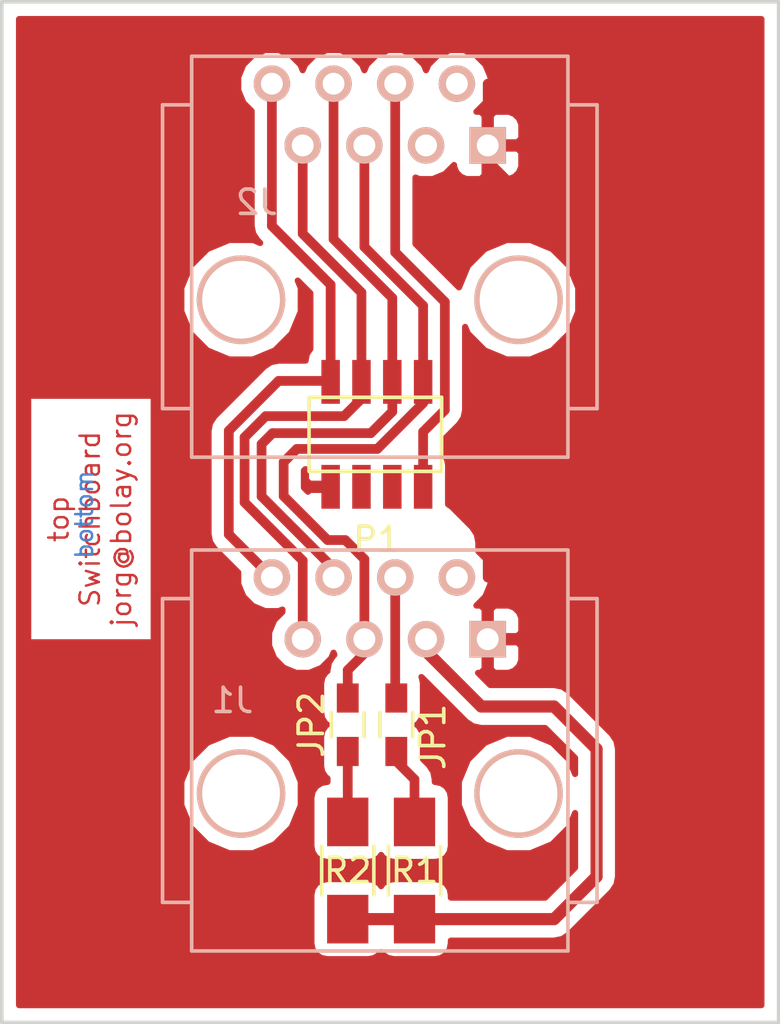
<source format=kicad_pcb>
(kicad_pcb (version 4) (host pcbnew 4.0.4-1.fc24-product)

  (general
    (links 22)
    (no_connects 7)
    (area 99.924999 99.924999 132.075001 142.075001)
    (thickness 1.6)
    (drawings 6)
    (tracks 65)
    (zones 0)
    (modules 7)
    (nets 11)
  )

  (page A4)
  (layers
    (0 F.Cu signal)
    (31 B.Cu signal)
    (32 B.Adhes user)
    (33 F.Adhes user)
    (34 B.Paste user)
    (35 F.Paste user)
    (36 B.SilkS user)
    (37 F.SilkS user)
    (38 B.Mask user)
    (39 F.Mask user)
    (40 Dwgs.User user)
    (41 Cmts.User user)
    (42 Eco1.User user)
    (43 Eco2.User user)
    (44 Edge.Cuts user)
    (45 Margin user)
    (46 B.CrtYd user)
    (47 F.CrtYd user)
    (48 B.Fab user)
    (49 F.Fab user)
  )

  (setup
    (last_trace_width 0.4)
    (trace_clearance 0.25)
    (zone_clearance 0.508)
    (zone_45_only no)
    (trace_min 0.2)
    (segment_width 0.2)
    (edge_width 0.15)
    (via_size 0.6)
    (via_drill 0.4)
    (via_min_size 0.4)
    (via_min_drill 0.3)
    (uvia_size 0.3)
    (uvia_drill 0.1)
    (uvias_allowed no)
    (uvia_min_size 0.2)
    (uvia_min_drill 0.1)
    (pcb_text_width 0.3)
    (pcb_text_size 1.5 1.5)
    (mod_edge_width 0.15)
    (mod_text_size 1 1)
    (mod_text_width 0.15)
    (pad_size 1.524 1.524)
    (pad_drill 0.762)
    (pad_to_mask_clearance 0.2)
    (aux_axis_origin 0 0)
    (visible_elements FFFFFF7F)
    (pcbplotparams
      (layerselection 0x00030_80000001)
      (usegerberextensions false)
      (excludeedgelayer true)
      (linewidth 0.100000)
      (plotframeref false)
      (viasonmask false)
      (mode 1)
      (useauxorigin false)
      (hpglpennumber 1)
      (hpglpenspeed 20)
      (hpglpendiameter 15)
      (hpglpenoverlay 2)
      (psnegative false)
      (psa4output false)
      (plotreference true)
      (plotvalue true)
      (plotinvisibletext false)
      (padsonsilk false)
      (subtractmaskfromsilk false)
      (outputformat 1)
      (mirror false)
      (drillshape 1)
      (scaleselection 1)
      (outputdirectory ""))
  )

  (net 0 "")
  (net 1 GND)
  (net 2 +12V)
  (net 3 +3V3)
  (net 4 "Net-(J1-Pad4)")
  (net 5 "Net-(J1-Pad5)")
  (net 6 "Net-(J1-Pad6)")
  (net 7 "Net-(J1-Pad7)")
  (net 8 "Net-(J1-Pad8)")
  (net 9 "Net-(JP1-Pad2)")
  (net 10 "Net-(JP2-Pad2)")

  (net_class Default "Dies ist die voreingestellte Netzklasse."
    (clearance 0.25)
    (trace_width 0.4)
    (via_dia 0.6)
    (via_drill 0.4)
    (uvia_dia 0.3)
    (uvia_drill 0.1)
    (add_net GND)
    (add_net "Net-(J1-Pad4)")
    (add_net "Net-(J1-Pad5)")
    (add_net "Net-(J1-Pad6)")
    (add_net "Net-(J1-Pad7)")
    (add_net "Net-(J1-Pad8)")
    (add_net "Net-(JP1-Pad2)")
    (add_net "Net-(JP2-Pad2)")
  )

  (net_class Power ""
    (clearance 0.25)
    (trace_width 0.5)
    (via_dia 0.6)
    (via_drill 0.4)
    (uvia_dia 0.3)
    (uvia_drill 0.1)
    (add_net +12V)
    (add_net +3V3)
  )

  (net_class Small ""
    (clearance 0.25)
    (trace_width 0.25)
    (via_dia 0.6)
    (via_drill 0.4)
    (uvia_dia 0.3)
    (uvia_drill 0.1)
  )

  (module bolay:RJ45_vertical_8 (layer B.Cu) (tedit 583C978D) (tstamp 58221EB4)
    (at 115.57 130.81 180)
    (tags RJ45)
    (path /5820C7AD)
    (fp_text reference J1 (at 6.07 2.06 180) (layer B.SilkS)
      (effects (font (size 1 1) (thickness 0.15)) (justify mirror))
    )
    (fp_text value ConnBus (at 0.14224 0.1016 180) (layer B.Fab) hide
      (effects (font (size 1 1) (thickness 0.15)) (justify mirror))
    )
    (fp_line (start 7.75 6.25) (end 8.95 6.25) (layer B.SilkS) (width 0.15))
    (fp_line (start 8.95 6.25) (end 8.95 -6.25) (layer B.SilkS) (width 0.15))
    (fp_line (start 8.95 -6.25) (end 7.75 -6.25) (layer B.SilkS) (width 0.15))
    (fp_line (start -7.75 6.25) (end -8.95 6.25) (layer B.SilkS) (width 0.15))
    (fp_line (start -8.95 6.25) (end -8.95 -6.25) (layer B.SilkS) (width 0.15))
    (fp_line (start -8.95 -6.25) (end -7.75 -6.25) (layer B.SilkS) (width 0.15))
    (fp_line (start -7.75 -8.25) (end 7.75 -8.25) (layer B.SilkS) (width 0.15))
    (fp_line (start 7.75 -8.25) (end 7.75 8.25) (layer B.SilkS) (width 0.15))
    (fp_line (start 7.75 8.25) (end -7.74 8.25) (layer B.SilkS) (width 0.15))
    (fp_line (start -7.75 8.25) (end -7.75 -8.25) (layer B.SilkS) (width 0.15))
    (pad "" np_thru_hole circle (at 5.715 -1.77 180) (size 3.64998 3.64998) (drill 3.2) (layers *.Cu *.SilkS *.Mask))
    (pad "" np_thru_hole circle (at -5.715 -1.77 180) (size 3.64998 3.64998) (drill 3.2) (layers *.Cu *.SilkS *.Mask))
    (pad 1 thru_hole rect (at -4.445 4.58 180) (size 1.50114 1.50114) (drill 0.89916) (layers *.Cu *.Mask B.SilkS)
      (net 1 GND))
    (pad 2 thru_hole circle (at -3.175 7.12 180) (size 1.50114 1.50114) (drill 0.89916) (layers *.Cu *.Mask B.SilkS)
      (net 2 +12V))
    (pad 3 thru_hole circle (at -1.905 4.58 180) (size 1.50114 1.50114) (drill 0.89916) (layers *.Cu *.Mask B.SilkS)
      (net 3 +3V3))
    (pad 4 thru_hole circle (at -0.635 7.12 180) (size 1.50114 1.50114) (drill 0.89916) (layers *.Cu *.Mask B.SilkS)
      (net 4 "Net-(J1-Pad4)"))
    (pad 5 thru_hole circle (at 0.635 4.58 180) (size 1.50114 1.50114) (drill 0.89916) (layers *.Cu *.Mask B.SilkS)
      (net 5 "Net-(J1-Pad5)"))
    (pad 6 thru_hole circle (at 1.905 7.12 180) (size 1.50114 1.50114) (drill 0.89916) (layers *.Cu *.Mask B.SilkS)
      (net 6 "Net-(J1-Pad6)"))
    (pad 7 thru_hole circle (at 3.175 4.58 180) (size 1.50114 1.50114) (drill 0.89916) (layers *.Cu *.Mask B.SilkS)
      (net 7 "Net-(J1-Pad7)"))
    (pad 8 thru_hole circle (at 4.445 7.12 180) (size 1.50114 1.50114) (drill 0.89916) (layers *.Cu *.Mask B.SilkS)
      (net 8 "Net-(J1-Pad8)"))
    (model Connect.3dshapes/RJ45_8.wrl
      (at (xyz 0 0 0))
      (scale (xyz 0.4 0.4 0.4))
      (rotate (xyz 0 0 0))
    )
  )

  (module bolay:RJ45_vertical_8 (layer B.Cu) (tedit 583C97AA) (tstamp 58221ECC)
    (at 115.57 110.49 180)
    (tags RJ45)
    (path /5820C8CF)
    (fp_text reference J2 (at 5.07 2.24 180) (layer B.SilkS)
      (effects (font (size 1 1) (thickness 0.15)) (justify mirror))
    )
    (fp_text value ConnBus (at 0.14224 0.1016 180) (layer B.Fab) hide
      (effects (font (size 1 1) (thickness 0.15)) (justify mirror))
    )
    (fp_line (start 7.75 6.25) (end 8.95 6.25) (layer B.SilkS) (width 0.15))
    (fp_line (start 8.95 6.25) (end 8.95 -6.25) (layer B.SilkS) (width 0.15))
    (fp_line (start 8.95 -6.25) (end 7.75 -6.25) (layer B.SilkS) (width 0.15))
    (fp_line (start -7.75 6.25) (end -8.95 6.25) (layer B.SilkS) (width 0.15))
    (fp_line (start -8.95 6.25) (end -8.95 -6.25) (layer B.SilkS) (width 0.15))
    (fp_line (start -8.95 -6.25) (end -7.75 -6.25) (layer B.SilkS) (width 0.15))
    (fp_line (start -7.75 -8.25) (end 7.75 -8.25) (layer B.SilkS) (width 0.15))
    (fp_line (start 7.75 -8.25) (end 7.75 8.25) (layer B.SilkS) (width 0.15))
    (fp_line (start 7.75 8.25) (end -7.74 8.25) (layer B.SilkS) (width 0.15))
    (fp_line (start -7.75 8.25) (end -7.75 -8.25) (layer B.SilkS) (width 0.15))
    (pad "" np_thru_hole circle (at 5.715 -1.77 180) (size 3.64998 3.64998) (drill 3.2) (layers *.Cu *.SilkS *.Mask))
    (pad "" np_thru_hole circle (at -5.715 -1.77 180) (size 3.64998 3.64998) (drill 3.2) (layers *.Cu *.SilkS *.Mask))
    (pad 1 thru_hole rect (at -4.445 4.58 180) (size 1.50114 1.50114) (drill 0.89916) (layers *.Cu *.Mask B.SilkS)
      (net 1 GND))
    (pad 2 thru_hole circle (at -3.175 7.12 180) (size 1.50114 1.50114) (drill 0.89916) (layers *.Cu *.Mask B.SilkS)
      (net 2 +12V))
    (pad 3 thru_hole circle (at -1.905 4.58 180) (size 1.50114 1.50114) (drill 0.89916) (layers *.Cu *.Mask B.SilkS)
      (net 3 +3V3))
    (pad 4 thru_hole circle (at -0.635 7.12 180) (size 1.50114 1.50114) (drill 0.89916) (layers *.Cu *.Mask B.SilkS)
      (net 4 "Net-(J1-Pad4)"))
    (pad 5 thru_hole circle (at 0.635 4.58 180) (size 1.50114 1.50114) (drill 0.89916) (layers *.Cu *.Mask B.SilkS)
      (net 5 "Net-(J1-Pad5)"))
    (pad 6 thru_hole circle (at 1.905 7.12 180) (size 1.50114 1.50114) (drill 0.89916) (layers *.Cu *.Mask B.SilkS)
      (net 6 "Net-(J1-Pad6)"))
    (pad 7 thru_hole circle (at 3.175 4.58 180) (size 1.50114 1.50114) (drill 0.89916) (layers *.Cu *.Mask B.SilkS)
      (net 7 "Net-(J1-Pad7)"))
    (pad 8 thru_hole circle (at 4.445 7.12 180) (size 1.50114 1.50114) (drill 0.89916) (layers *.Cu *.Mask B.SilkS)
      (net 8 "Net-(J1-Pad8)"))
    (model Connect.3dshapes/RJ45_8.wrl
      (at (xyz 0 0 0))
      (scale (xyz 0.4 0.4 0.4))
      (rotate (xyz 0 0 0))
    )
  )

  (module Resistors_SMD:R_0603_HandSoldering (layer F.Cu) (tedit 583C9793) (tstamp 58221ED2)
    (at 116.25 129.75 270)
    (descr "Resistor SMD 0603, hand soldering")
    (tags "resistor 0603")
    (path /5820CB97)
    (attr smd)
    (fp_text reference JP1 (at 0.5 -1.5 270) (layer F.SilkS)
      (effects (font (size 1 1) (thickness 0.15)))
    )
    (fp_text value Jumper_NC_Small (at 0 1.9 270) (layer F.Fab) hide
      (effects (font (size 1 1) (thickness 0.15)))
    )
    (fp_line (start -2 -0.8) (end 2 -0.8) (layer F.CrtYd) (width 0.05))
    (fp_line (start -2 0.8) (end 2 0.8) (layer F.CrtYd) (width 0.05))
    (fp_line (start -2 -0.8) (end -2 0.8) (layer F.CrtYd) (width 0.05))
    (fp_line (start 2 -0.8) (end 2 0.8) (layer F.CrtYd) (width 0.05))
    (fp_line (start 0.5 0.675) (end -0.5 0.675) (layer F.SilkS) (width 0.15))
    (fp_line (start -0.5 -0.675) (end 0.5 -0.675) (layer F.SilkS) (width 0.15))
    (pad 1 smd rect (at -1.1 0 270) (size 1.2 0.9) (layers F.Cu F.Paste F.Mask)
      (net 4 "Net-(J1-Pad4)"))
    (pad 2 smd rect (at 1.1 0 270) (size 1.2 0.9) (layers F.Cu F.Paste F.Mask)
      (net 9 "Net-(JP1-Pad2)"))
    (model Resistors_SMD.3dshapes/R_0603_HandSoldering.wrl
      (at (xyz 0 0 0))
      (scale (xyz 1 1 1))
      (rotate (xyz 0 0 0))
    )
  )

  (module Resistors_SMD:R_0603_HandSoldering (layer F.Cu) (tedit 583C9796) (tstamp 58221ED8)
    (at 114.25 129.75 270)
    (descr "Resistor SMD 0603, hand soldering")
    (tags "resistor 0603")
    (path /5820CCA6)
    (attr smd)
    (fp_text reference JP2 (at 0 1.5 270) (layer F.SilkS)
      (effects (font (size 1 1) (thickness 0.15)))
    )
    (fp_text value Jumper_NC_Small (at 0 1.9 270) (layer F.Fab) hide
      (effects (font (size 1 1) (thickness 0.15)))
    )
    (fp_line (start -2 -0.8) (end 2 -0.8) (layer F.CrtYd) (width 0.05))
    (fp_line (start -2 0.8) (end 2 0.8) (layer F.CrtYd) (width 0.05))
    (fp_line (start -2 -0.8) (end -2 0.8) (layer F.CrtYd) (width 0.05))
    (fp_line (start 2 -0.8) (end 2 0.8) (layer F.CrtYd) (width 0.05))
    (fp_line (start 0.5 0.675) (end -0.5 0.675) (layer F.SilkS) (width 0.15))
    (fp_line (start -0.5 -0.675) (end 0.5 -0.675) (layer F.SilkS) (width 0.15))
    (pad 1 smd rect (at -1.1 0 270) (size 1.2 0.9) (layers F.Cu F.Paste F.Mask)
      (net 5 "Net-(J1-Pad5)"))
    (pad 2 smd rect (at 1.1 0 270) (size 1.2 0.9) (layers F.Cu F.Paste F.Mask)
      (net 10 "Net-(JP2-Pad2)"))
    (model Resistors_SMD.3dshapes/R_0603_HandSoldering.wrl
      (at (xyz 0 0 0))
      (scale (xyz 1 1 1))
      (rotate (xyz 0 0 0))
    )
  )

  (module Resistors_SMD:R_1206_HandSoldering (layer F.Cu) (tedit 583C9781) (tstamp 58221EEE)
    (at 117 135.75 90)
    (descr "Resistor SMD 1206, hand soldering")
    (tags "resistor 1206")
    (path /5820CCFE)
    (attr smd)
    (fp_text reference R1 (at 0 0 180) (layer F.SilkS)
      (effects (font (size 1 1) (thickness 0.15)))
    )
    (fp_text value 4,7k (at 0 2.3 90) (layer F.Fab) hide
      (effects (font (size 1 1) (thickness 0.15)))
    )
    (fp_line (start -3.3 -1.2) (end 3.3 -1.2) (layer F.CrtYd) (width 0.05))
    (fp_line (start -3.3 1.2) (end 3.3 1.2) (layer F.CrtYd) (width 0.05))
    (fp_line (start -3.3 -1.2) (end -3.3 1.2) (layer F.CrtYd) (width 0.05))
    (fp_line (start 3.3 -1.2) (end 3.3 1.2) (layer F.CrtYd) (width 0.05))
    (fp_line (start 1 1.075) (end -1 1.075) (layer F.SilkS) (width 0.15))
    (fp_line (start -1 -1.075) (end 1 -1.075) (layer F.SilkS) (width 0.15))
    (pad 1 smd rect (at -2 0 90) (size 2 1.7) (layers F.Cu F.Paste F.Mask)
      (net 3 +3V3))
    (pad 2 smd rect (at 2 0 90) (size 2 1.7) (layers F.Cu F.Paste F.Mask)
      (net 9 "Net-(JP1-Pad2)"))
    (model Resistors_SMD.3dshapes/R_1206_HandSoldering.wrl
      (at (xyz 0 0 0))
      (scale (xyz 1 1 1))
      (rotate (xyz 0 0 0))
    )
  )

  (module Resistors_SMD:R_1206_HandSoldering (layer F.Cu) (tedit 583C977A) (tstamp 58221EF4)
    (at 114.25 135.75 90)
    (descr "Resistor SMD 1206, hand soldering")
    (tags "resistor 1206")
    (path /5820CD77)
    (attr smd)
    (fp_text reference R2 (at 0 0 180) (layer F.SilkS)
      (effects (font (size 1 1) (thickness 0.15)))
    )
    (fp_text value 4,7k (at 0 2.3 90) (layer F.Fab) hide
      (effects (font (size 1 1) (thickness 0.15)))
    )
    (fp_line (start -3.3 -1.2) (end 3.3 -1.2) (layer F.CrtYd) (width 0.05))
    (fp_line (start -3.3 1.2) (end 3.3 1.2) (layer F.CrtYd) (width 0.05))
    (fp_line (start -3.3 -1.2) (end -3.3 1.2) (layer F.CrtYd) (width 0.05))
    (fp_line (start 3.3 -1.2) (end 3.3 1.2) (layer F.CrtYd) (width 0.05))
    (fp_line (start 1 1.075) (end -1 1.075) (layer F.SilkS) (width 0.15))
    (fp_line (start -1 -1.075) (end 1 -1.075) (layer F.SilkS) (width 0.15))
    (pad 1 smd rect (at -2 0 90) (size 2 1.7) (layers F.Cu F.Paste F.Mask)
      (net 3 +3V3))
    (pad 2 smd rect (at 2 0 90) (size 2 1.7) (layers F.Cu F.Paste F.Mask)
      (net 10 "Net-(JP2-Pad2)"))
    (model Resistors_SMD.3dshapes/R_1206_HandSoldering.wrl
      (at (xyz 0 0 0))
      (scale (xyz 1 1 1))
      (rotate (xyz 0 0 0))
    )
  )

  (module bolay:4x2pin_50mil_header (layer F.Cu) (tedit 5830C5ED) (tstamp 58447C6B)
    (at 115.45 117.8)
    (path /5820C696)
    (fp_text reference P1 (at 0 4.318) (layer F.SilkS)
      (effects (font (size 1 1) (thickness 0.15)))
    )
    (fp_text value ConnMainboard (at 0 -4.318) (layer F.Fab)
      (effects (font (size 1 1) (thickness 0.15)))
    )
    (fp_line (start -2.794 0) (end -2.794 -1.524) (layer F.SilkS) (width 0.15))
    (fp_line (start -2.794 -1.524) (end 2.667 -1.524) (layer F.SilkS) (width 0.15))
    (fp_line (start 2.667 -1.524) (end 2.667 1.524) (layer F.SilkS) (width 0.15))
    (fp_line (start 2.667 1.524) (end -2.794 1.524) (layer F.SilkS) (width 0.15))
    (fp_line (start -2.794 1.524) (end -2.794 0) (layer F.SilkS) (width 0.15))
    (pad 4 smd rect (at 1.905 2.159) (size 0.762 1.8034) (layers F.Cu F.Paste F.Mask)
      (net 4 "Net-(J1-Pad4)"))
    (pad 1 smd rect (at -1.905 2.159) (size 0.762 1.8034) (layers F.Cu F.Paste F.Mask)
      (net 1 GND))
    (pad 2 smd rect (at -0.635 2.159) (size 0.762 1.8034) (layers F.Cu F.Paste F.Mask)
      (net 2 +12V))
    (pad 3 smd rect (at 0.635 2.159) (size 0.762 1.8034) (layers F.Cu F.Paste F.Mask)
      (net 3 +3V3))
    (pad 5 smd rect (at 1.905 -2.159) (size 0.762 1.8034) (layers F.Cu F.Paste F.Mask)
      (net 5 "Net-(J1-Pad5)"))
    (pad 8 smd rect (at -1.905 -2.159) (size 0.762 1.8034) (layers F.Cu F.Paste F.Mask)
      (net 8 "Net-(J1-Pad8)"))
    (pad 6 smd rect (at 0.635 -2.159) (size 0.762 1.8034) (layers F.Cu F.Paste F.Mask)
      (net 6 "Net-(J1-Pad6)"))
    (pad 7 smd rect (at -0.635 -2.159) (size 0.762 1.8034) (layers F.Cu F.Paste F.Mask)
      (net 7 "Net-(J1-Pad7)"))
  )

  (gr_text bottom (at 103.4 121.1 90) (layer B.Cu)
    (effects (font (size 0.7 0.7) (thickness 0.1)))
  )
  (gr_text "top\nSwitchboard\njorg@bolay.org" (at 103.632 121.285 90) (layer F.Cu)
    (effects (font (size 0.8 0.8) (thickness 0.1)))
  )
  (gr_line (start 100 142) (end 100 100) (angle 90) (layer Edge.Cuts) (width 0.15))
  (gr_line (start 132 142) (end 100 142) (angle 90) (layer Edge.Cuts) (width 0.15))
  (gr_line (start 132 100) (end 132 142) (angle 90) (layer Edge.Cuts) (width 0.15))
  (gr_line (start 100 100) (end 132 100) (angle 90) (layer Edge.Cuts) (width 0.15))

  (segment (start 120.015 103.37) (end 120.015 106.553) (width 0.4) (layer F.Cu) (net 1))
  (segment (start 120.015 117.983) (end 120.015 123.69) (width 0.4) (layer F.Cu) (net 1) (tstamp 58222155))
  (segment (start 124.206 113.792) (end 120.015 117.983) (width 0.4) (layer F.Cu) (net 1) (tstamp 5822214F))
  (segment (start 124.206 110.744) (end 124.206 113.792) (width 0.4) (layer F.Cu) (net 1) (tstamp 58222149))
  (segment (start 120.015 106.553) (end 124.206 110.744) (width 0.4) (layer F.Cu) (net 1) (tstamp 58222142))
  (segment (start 117.475 126.23) (end 117.475 126.725) (width 0.5) (layer F.Cu) (net 3))
  (segment (start 117.475 126.725) (end 119.75 129) (width 0.5) (layer F.Cu) (net 3) (tstamp 583C9F3D))
  (segment (start 122.75 137.75) (end 114.25 137.75) (width 0.5) (layer F.Cu) (net 3) (tstamp 583C9F43))
  (segment (start 124.5 136) (end 122.75 137.75) (width 0.5) (layer F.Cu) (net 3) (tstamp 583C9F42))
  (segment (start 124.5 130.75) (end 124.5 136) (width 0.5) (layer F.Cu) (net 3) (tstamp 583C9F41))
  (segment (start 122.75 129) (end 124.5 130.75) (width 0.5) (layer F.Cu) (net 3) (tstamp 583C9F40))
  (segment (start 119.75 129) (end 122.75 129) (width 0.5) (layer F.Cu) (net 3) (tstamp 583C9F3E))
  (segment (start 117.355 119.959) (end 117.355 117.695) (width 0.4) (layer F.Cu) (net 4) (status 400000))
  (segment (start 116.205 110.305) (end 116.205 103.37) (width 0.4) (layer F.Cu) (net 4) (tstamp 58447FD0) (status 800000))
  (segment (start 118.25 112.35) (end 116.205 110.305) (width 0.4) (layer F.Cu) (net 4) (tstamp 58447FC7))
  (segment (start 118.25 116.8) (end 118.25 112.35) (width 0.4) (layer F.Cu) (net 4) (tstamp 58447FC3))
  (segment (start 117.355 117.695) (end 118.25 116.8) (width 0.4) (layer F.Cu) (net 4) (tstamp 58447FBF))
  (segment (start 116.205 123.69) (end 116.205 128.605) (width 0.4) (layer F.Cu) (net 4))
  (segment (start 116.205 128.605) (end 116.25 128.65) (width 0.4) (layer F.Cu) (net 4) (tstamp 583C9F2F))
  (segment (start 114.935 105.91) (end 114.935 110.085) (width 0.4) (layer F.Cu) (net 5) (status 400000))
  (segment (start 117.355 112.505) (end 117.355 116.514242) (width 0.4) (layer F.Cu) (net 5) (tstamp 58447E41) (status 800000))
  (segment (start 114.935 110.085) (end 117.355 112.505) (width 0.4) (layer F.Cu) (net 5) (tstamp 58447E3C))
  (segment (start 117.355 116.514242) (end 115.46924 118.400002) (width 0.4) (layer F.Cu) (net 5) (tstamp 58447E43) (status 400000))
  (segment (start 115.46924 118.400002) (end 112.149998 118.400002) (width 0.4) (layer F.Cu) (net 5) (tstamp 58447E49))
  (segment (start 112.149998 118.400002) (end 111.609621 118.940379) (width 0.4) (layer F.Cu) (net 5) (tstamp 58447E4C))
  (segment (start 111.609621 118.940379) (end 111.609621 120.340379) (width 0.4) (layer F.Cu) (net 5) (tstamp 58447E4F))
  (segment (start 111.609621 120.340379) (end 113.419242 122.15) (width 0.4) (layer F.Cu) (net 5) (tstamp 58447E50))
  (segment (start 113.419242 122.15) (end 114.15 122.15) (width 0.4) (layer F.Cu) (net 5) (tstamp 58447E53))
  (segment (start 114.15 122.15) (end 114.935 122.935) (width 0.4) (layer F.Cu) (net 5) (tstamp 58447E54))
  (segment (start 114.935 122.935) (end 114.935 126.23) (width 0.4) (layer F.Cu) (net 5) (tstamp 58447E57) (status 800000))
  (segment (start 114.935 126.23) (end 114.935 126.815) (width 0.4) (layer F.Cu) (net 5))
  (segment (start 114.935 126.815) (end 114.25 127.5) (width 0.4) (layer F.Cu) (net 5) (tstamp 583C9F32))
  (segment (start 114.25 127.5) (end 114.25 128.65) (width 0.4) (layer F.Cu) (net 5) (tstamp 583C9F33))
  (segment (start 116.085 115.641) (end 116.085 112.185) (width 0.4) (layer F.Cu) (net 6) (status 400000))
  (segment (start 113.665 109.765) (end 113.665 103.37) (width 0.4) (layer F.Cu) (net 6) (tstamp 58447E34) (status 800000))
  (segment (start 116.085 112.185) (end 113.665 109.765) (width 0.4) (layer F.Cu) (net 6) (tstamp 58447E2C))
  (segment (start 113.665 123.69) (end 113.665 123.315) (width 0.4) (layer F.Cu) (net 6) (status C00000))
  (segment (start 113.665 123.315) (end 110.7 120.35) (width 0.4) (layer F.Cu) (net 6) (tstamp 58447E10) (status 400000))
  (segment (start 110.7 120.35) (end 110.7 118.200002) (width 0.4) (layer F.Cu) (net 6) (tstamp 58447E17))
  (segment (start 110.7 118.200002) (end 111.150002 117.75) (width 0.4) (layer F.Cu) (net 6) (tstamp 58447E1A))
  (segment (start 111.150002 117.75) (end 115.2 117.75) (width 0.4) (layer F.Cu) (net 6) (tstamp 58447E20))
  (segment (start 115.2 117.75) (end 116.085 116.865) (width 0.4) (layer F.Cu) (net 6) (tstamp 58447E24))
  (segment (start 116.085 116.865) (end 116.085 115.641) (width 0.4) (layer F.Cu) (net 6) (tstamp 58447E29) (status 800000))
  (segment (start 112.395 105.91) (end 112.395 109.545) (width 0.4) (layer F.Cu) (net 7) (status 400000))
  (segment (start 114.815 111.965) (end 114.815 116.335) (width 0.4) (layer F.Cu) (net 7) (tstamp 58447DE2) (status 800000))
  (segment (start 112.395 109.545) (end 114.815 111.965) (width 0.4) (layer F.Cu) (net 7) (tstamp 58447DDC))
  (segment (start 114.815 116.335) (end 114.1 117.05) (width 0.4) (layer F.Cu) (net 7) (tstamp 58447DE4) (status 400000))
  (segment (start 114.1 117.05) (end 110.869242 117.05) (width 0.4) (layer F.Cu) (net 7) (tstamp 58447DE9))
  (segment (start 110.869242 117.05) (end 110.000002 117.91924) (width 0.4) (layer F.Cu) (net 7) (tstamp 58447DEF))
  (segment (start 110.000002 117.91924) (end 110.000002 120.600002) (width 0.4) (layer F.Cu) (net 7) (tstamp 58447DF6))
  (segment (start 110.000002 120.600002) (end 112.395 122.995) (width 0.4) (layer F.Cu) (net 7) (tstamp 58447DFD))
  (segment (start 112.395 122.995) (end 112.395 126.23) (width 0.4) (layer F.Cu) (net 7) (tstamp 58447E03) (status 800000))
  (segment (start 111.125 103.37) (end 111.125 109.225) (width 0.4) (layer F.Cu) (net 8) (status 400000))
  (segment (start 113.545 111.645) (end 113.545 115.641) (width 0.4) (layer F.Cu) (net 8) (tstamp 58447DCC) (status 800000))
  (segment (start 111.125 109.225) (end 113.545 111.645) (width 0.4) (layer F.Cu) (net 8) (tstamp 58447DC5))
  (segment (start 113.545 115.641) (end 113.504 115.6) (width 0.4) (layer F.Cu) (net 8) (tstamp 58447DCE) (status C00000))
  (segment (start 113.504 115.6) (end 111.4 115.6) (width 0.4) (layer F.Cu) (net 8) (tstamp 58447DCF) (status 400000))
  (segment (start 111.4 115.6) (end 109.35 117.65) (width 0.4) (layer F.Cu) (net 8) (tstamp 58447DD3))
  (segment (start 109.35 117.65) (end 109.35 121.915) (width 0.4) (layer F.Cu) (net 8) (tstamp 58447DD5))
  (segment (start 109.35 121.915) (end 111.125 123.69) (width 0.4) (layer F.Cu) (net 8) (tstamp 58447DD8) (status 800000))
  (segment (start 111.125 103.37) (end 111.125 103.375) (width 0.4) (layer F.Cu) (net 8))
  (segment (start 116.25 130.85) (end 116.25 131.25) (width 0.4) (layer F.Cu) (net 9))
  (segment (start 116.25 131.25) (end 117 132) (width 0.4) (layer F.Cu) (net 9) (tstamp 583C9F38))
  (segment (start 117 132) (end 117 133.75) (width 0.4) (layer F.Cu) (net 9) (tstamp 583C9F39))
  (segment (start 114.25 130.85) (end 114.25 133.75) (width 0.4) (layer F.Cu) (net 10))

  (zone (net 1) (net_name GND) (layer F.Cu) (tstamp 582223CE) (hatch edge 0.508)
    (connect_pads (clearance 0.508))
    (min_thickness 0.254)
    (fill yes (arc_segments 16) (thermal_gap 0.508) (thermal_bridge_width 0.508))
    (polygon
      (pts
        (xy 100.076 100.076) (xy 131.953 100.076) (xy 131.953 141.859) (xy 100.076 141.859)
      )
    )
    (filled_polygon
      (pts
        (xy 131.29 141.29) (xy 100.71 141.29) (xy 100.71 133.067175) (xy 107.394584 133.067175) (xy 107.768306 133.971652)
        (xy 108.459708 134.664262) (xy 109.363531 135.039562) (xy 110.342175 135.040416) (xy 111.246652 134.666694) (xy 111.939262 133.975292)
        (xy 112.314562 133.071469) (xy 112.315416 132.092825) (xy 111.941694 131.188348) (xy 111.250292 130.495738) (xy 110.346469 130.120438)
        (xy 109.367825 130.119584) (xy 108.463348 130.493306) (xy 107.770738 131.184708) (xy 107.395438 132.088531) (xy 107.394584 133.067175)
        (xy 100.71 133.067175) (xy 100.71 116.211903) (xy 101.087 116.211903) (xy 101.087 126.358096) (xy 106.257 126.358096)
        (xy 106.257 116.211903) (xy 101.087 116.211903) (xy 100.71 116.211903) (xy 100.71 112.747175) (xy 107.394584 112.747175)
        (xy 107.768306 113.651652) (xy 108.459708 114.344262) (xy 109.363531 114.719562) (xy 110.342175 114.720416) (xy 111.246652 114.346694)
        (xy 111.939262 113.655292) (xy 112.314562 112.751469) (xy 112.315416 111.772825) (xy 112.191108 111.471976) (xy 112.71 111.990868)
        (xy 112.71 114.278955) (xy 112.567569 114.48741) (xy 112.51656 114.7393) (xy 112.51656 114.765) (xy 111.4 114.765)
        (xy 111.080459 114.828561) (xy 110.809566 115.009566) (xy 108.759566 117.059566) (xy 108.578561 117.330459) (xy 108.515 117.65)
        (xy 108.515 121.915) (xy 108.578561 122.234541) (xy 108.692168 122.404566) (xy 108.759566 122.505434) (xy 109.739608 123.485476)
        (xy 109.73919 123.964398) (xy 109.949686 124.473837) (xy 110.339113 124.863944) (xy 110.848184 125.075329) (xy 111.399398 125.07581)
        (xy 111.56 125.009451) (xy 111.56 125.10576) (xy 111.221056 125.444113) (xy 111.009671 125.953184) (xy 111.00919 126.504398)
        (xy 111.219686 127.013837) (xy 111.609113 127.403944) (xy 112.118184 127.615329) (xy 112.669398 127.61581) (xy 113.178837 127.405314)
        (xy 113.568944 127.015887) (xy 113.664975 126.784619) (xy 113.699926 126.869206) (xy 113.659566 126.909566) (xy 113.478561 127.180459)
        (xy 113.415 127.5) (xy 113.415 127.543156) (xy 113.348559 127.58591) (xy 113.203569 127.79811) (xy 113.15256 128.05)
        (xy 113.15256 129.25) (xy 113.196838 129.485317) (xy 113.33591 129.701441) (xy 113.405711 129.749134) (xy 113.348559 129.78591)
        (xy 113.203569 129.99811) (xy 113.15256 130.25) (xy 113.15256 131.45) (xy 113.196838 131.685317) (xy 113.33591 131.901441)
        (xy 113.415 131.955481) (xy 113.415 132.10256) (xy 113.4 132.10256) (xy 113.164683 132.146838) (xy 112.948559 132.28591)
        (xy 112.803569 132.49811) (xy 112.75256 132.75) (xy 112.75256 134.75) (xy 112.796838 134.985317) (xy 112.93591 135.201441)
        (xy 113.14811 135.346431) (xy 113.4 135.39744) (xy 115.1 135.39744) (xy 115.335317 135.353162) (xy 115.551441 135.21409)
        (xy 115.624884 135.106603) (xy 115.68591 135.201441) (xy 115.89811 135.346431) (xy 116.15 135.39744) (xy 117.85 135.39744)
        (xy 118.085317 135.353162) (xy 118.301441 135.21409) (xy 118.446431 135.00189) (xy 118.49744 134.75) (xy 118.49744 132.75)
        (xy 118.453162 132.514683) (xy 118.31409 132.298559) (xy 118.10189 132.153569) (xy 117.85 132.10256) (xy 117.835 132.10256)
        (xy 117.835 132) (xy 117.771439 131.680459) (xy 117.590434 131.409566) (xy 117.34744 131.166572) (xy 117.34744 130.25)
        (xy 117.303162 130.014683) (xy 117.16409 129.798559) (xy 117.094289 129.750866) (xy 117.151441 129.71409) (xy 117.296431 129.50189)
        (xy 117.34744 129.25) (xy 117.34744 128.05) (xy 117.303162 127.814683) (xy 117.285219 127.786799) (xy 119.124208 129.625787)
        (xy 119.12421 129.62579) (xy 119.411325 129.817633) (xy 119.467516 129.82881) (xy 119.75 129.885001) (xy 119.750005 129.885)
        (xy 122.38342 129.885) (xy 123.615 131.116579) (xy 123.615 131.777194) (xy 123.371694 131.188348) (xy 122.680292 130.495738)
        (xy 121.776469 130.120438) (xy 120.797825 130.119584) (xy 119.893348 130.493306) (xy 119.200738 131.184708) (xy 118.825438 132.088531)
        (xy 118.824584 133.067175) (xy 119.198306 133.971652) (xy 119.889708 134.664262) (xy 120.793531 135.039562) (xy 121.772175 135.040416)
        (xy 122.676652 134.666694) (xy 123.369262 133.975292) (xy 123.615 133.383489) (xy 123.615 135.633421) (xy 122.38342 136.865)
        (xy 118.49744 136.865) (xy 118.49744 136.75) (xy 118.453162 136.514683) (xy 118.31409 136.298559) (xy 118.10189 136.153569)
        (xy 117.85 136.10256) (xy 116.15 136.10256) (xy 115.914683 136.146838) (xy 115.698559 136.28591) (xy 115.625116 136.393397)
        (xy 115.56409 136.298559) (xy 115.35189 136.153569) (xy 115.1 136.10256) (xy 113.4 136.10256) (xy 113.164683 136.146838)
        (xy 112.948559 136.28591) (xy 112.803569 136.49811) (xy 112.75256 136.75) (xy 112.75256 138.75) (xy 112.796838 138.985317)
        (xy 112.93591 139.201441) (xy 113.14811 139.346431) (xy 113.4 139.39744) (xy 115.1 139.39744) (xy 115.335317 139.353162)
        (xy 115.551441 139.21409) (xy 115.624884 139.106603) (xy 115.68591 139.201441) (xy 115.89811 139.346431) (xy 116.15 139.39744)
        (xy 117.85 139.39744) (xy 118.085317 139.353162) (xy 118.301441 139.21409) (xy 118.446431 139.00189) (xy 118.49744 138.75)
        (xy 118.49744 138.635) (xy 122.749995 138.635) (xy 122.75 138.635001) (xy 123.032484 138.57881) (xy 123.088675 138.567633)
        (xy 123.37579 138.37579) (xy 125.125787 136.625792) (xy 125.12579 136.62579) (xy 125.317633 136.338675) (xy 125.32881 136.282484)
        (xy 125.385001 136) (xy 125.385 135.999995) (xy 125.385 130.750005) (xy 125.385001 130.75) (xy 125.317633 130.411326)
        (xy 125.317633 130.411325) (xy 125.12579 130.12421) (xy 125.125787 130.124208) (xy 123.37579 128.37421) (xy 123.221981 128.271439)
        (xy 123.088675 128.182367) (xy 123.032484 128.17119) (xy 122.75 128.114999) (xy 122.749995 128.115) (xy 120.116579 128.115)
        (xy 119.617149 127.61557) (xy 119.72925 127.61557) (xy 119.888 127.45682) (xy 119.888 126.357) (xy 120.142 126.357)
        (xy 120.142 127.45682) (xy 120.30075 127.61557) (xy 120.891879 127.61557) (xy 121.125268 127.518897) (xy 121.303897 127.340269)
        (xy 121.40057 127.10688) (xy 121.40057 126.51575) (xy 121.24182 126.357) (xy 120.142 126.357) (xy 119.888 126.357)
        (xy 119.868 126.357) (xy 119.868 126.103) (xy 119.888 126.103) (xy 119.888 125.00318) (xy 120.142 125.00318)
        (xy 120.142 126.103) (xy 121.24182 126.103) (xy 121.40057 125.94425) (xy 121.40057 125.35312) (xy 121.303897 125.119731)
        (xy 121.125268 124.941103) (xy 120.891879 124.84443) (xy 120.30075 124.84443) (xy 120.142 125.00318) (xy 119.888 125.00318)
        (xy 119.72925 124.84443) (xy 119.549757 124.84443) (xy 119.918944 124.475887) (xy 120.130329 123.966816) (xy 120.13081 123.415602)
        (xy 119.920314 122.906163) (xy 119.63 122.615342) (xy 119.63 122.245) (xy 119.562633 121.906325) (xy 119.37079 121.61921)
        (xy 119.370787 121.619208) (xy 118.52579 120.77421) (xy 118.38344 120.679095) (xy 118.38344 119.0573) (xy 118.339162 118.821983)
        (xy 118.20009 118.605859) (xy 118.19 118.598965) (xy 118.19 118.040868) (xy 118.840434 117.390434) (xy 118.880508 117.330459)
        (xy 119.021439 117.119541) (xy 119.085 116.8) (xy 119.085 113.37743) (xy 119.198306 113.651652) (xy 119.889708 114.344262)
        (xy 120.793531 114.719562) (xy 121.772175 114.720416) (xy 122.676652 114.346694) (xy 123.369262 113.655292) (xy 123.744562 112.751469)
        (xy 123.745416 111.772825) (xy 123.371694 110.868348) (xy 122.680292 110.175738) (xy 121.776469 109.800438) (xy 120.797825 109.799584)
        (xy 119.893348 110.173306) (xy 119.200738 110.864708) (xy 118.832468 111.7516) (xy 117.04 109.959132) (xy 117.04 107.229645)
        (xy 117.198184 107.295329) (xy 117.749398 107.29581) (xy 118.258837 107.085314) (xy 118.62943 106.715367) (xy 118.62943 106.78688)
        (xy 118.726103 107.020269) (xy 118.904732 107.198897) (xy 119.138121 107.29557) (xy 119.72925 107.29557) (xy 119.888 107.13682)
        (xy 119.888 106.037) (xy 120.142 106.037) (xy 120.142 107.13682) (xy 120.30075 107.29557) (xy 120.891879 107.29557)
        (xy 121.125268 107.198897) (xy 121.303897 107.020269) (xy 121.40057 106.78688) (xy 121.40057 106.19575) (xy 121.24182 106.037)
        (xy 120.142 106.037) (xy 119.888 106.037) (xy 119.868 106.037) (xy 119.868 105.783) (xy 119.888 105.783)
        (xy 119.888 104.68318) (xy 120.142 104.68318) (xy 120.142 105.783) (xy 121.24182 105.783) (xy 121.40057 105.62425)
        (xy 121.40057 105.03312) (xy 121.303897 104.799731) (xy 121.125268 104.621103) (xy 120.891879 104.52443) (xy 120.30075 104.52443)
        (xy 120.142 104.68318) (xy 119.888 104.68318) (xy 119.72925 104.52443) (xy 119.549757 104.52443) (xy 119.918944 104.155887)
        (xy 120.130329 103.646816) (xy 120.13081 103.095602) (xy 119.920314 102.586163) (xy 119.530887 102.196056) (xy 119.021816 101.984671)
        (xy 118.470602 101.98419) (xy 117.961163 102.194686) (xy 117.571056 102.584113) (xy 117.475025 102.815381) (xy 117.380314 102.586163)
        (xy 116.990887 102.196056) (xy 116.481816 101.984671) (xy 115.930602 101.98419) (xy 115.421163 102.194686) (xy 115.031056 102.584113)
        (xy 114.935025 102.815381) (xy 114.840314 102.586163) (xy 114.450887 102.196056) (xy 113.941816 101.984671) (xy 113.390602 101.98419)
        (xy 112.881163 102.194686) (xy 112.491056 102.584113) (xy 112.395025 102.815381) (xy 112.300314 102.586163) (xy 111.910887 102.196056)
        (xy 111.401816 101.984671) (xy 110.850602 101.98419) (xy 110.341163 102.194686) (xy 109.951056 102.584113) (xy 109.739671 103.093184)
        (xy 109.73919 103.644398) (xy 109.949686 104.153837) (xy 110.29 104.494745) (xy 110.29 109.225) (xy 110.353561 109.544541)
        (xy 110.523975 109.799584) (xy 110.534566 109.815434) (xy 110.642488 109.923356) (xy 110.346469 109.800438) (xy 109.367825 109.799584)
        (xy 108.463348 110.173306) (xy 107.770738 110.864708) (xy 107.395438 111.768531) (xy 107.394584 112.747175) (xy 100.71 112.747175)
        (xy 100.71 100.71) (xy 131.29 100.71)
      )
    )
    (filled_polygon
      (pts
        (xy 112.529 119.67325) (xy 112.68775 119.832) (xy 113.418 119.832) (xy 113.418 119.812) (xy 113.672 119.812)
        (xy 113.672 119.832) (xy 113.692 119.832) (xy 113.692 120.086) (xy 113.672 120.086) (xy 113.672 120.106)
        (xy 113.418 120.106) (xy 113.418 120.086) (xy 112.68775 120.086) (xy 112.61193 120.16182) (xy 112.444621 119.994511)
        (xy 112.444621 119.286247) (xy 112.495867 119.235002) (xy 112.529 119.235002)
      )
    )
  )
)

</source>
